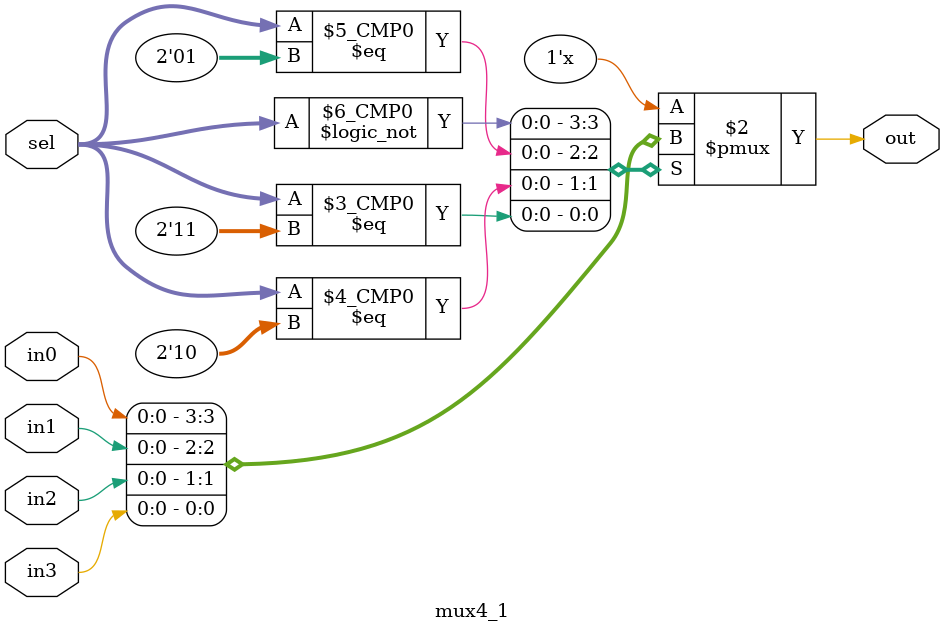
<source format=v>
module mux8_16(sel, in0, in1, in2, in3, in4, in5, in6, in7, out);
  input  [2:0]  sel;
  input  [15:0] in0, in1, in2, in3, in4, in5, in6, in7;
  output [15:0] out;

  reg    [15:0] out;

  always @(sel or in0 or in1 or in2 or in3 or in4 or in5 or in6 or in7)
    case(sel)
     3'd0:  out = in0;
     3'd1:  out = in1;
     3'd2:  out = in2;
     3'd3:  out = in3;
     3'd4:  out = in4;
     3'd5:  out = in5;
     3'd6:  out = in6;
     3'd7:  out = in7;
    endcase
endmodule


//
// Multiplexor 8:1 de 8 bits d'amplada
//
/*
module mux8_8(sel, in0, in1, in2, in3, in4, in5, in6, in7, out);
  input  [2:0]  sel;
  input  [7:0] in0, in1, in2, in3, in4, in5, in6, in7;
  output [7:0] out;

  reg    [7:0] out;

  always @(sel or in0 or in1 or in2 or in3 or in4 or in5 or in6 or in7)
    case(sel)
     3'd0:  out = in0;
     3'd1:  out = in1;
     3'd2:  out = in2;
     3'd3:  out = in3;
     3'd4:  out = in4;
     3'd5:  out = in5;
     3'd6:  out = in6;
     3'd7:  out = in7;
    endcase
endmodule
*/
//
// Multiplexor 8:1 de 17 bits d'amplada
//
module mux8_17(sel, in0, in1, in2, in3, in4, in5, in6, in7, out);
  input  [2:0]  sel;
  input  [16:0] in0, in1, in2, in3, in4, in5, in6, in7;
  output [16:0] out;

  reg    [16:0] out;

  always @(sel or in0 or in1 or in2 or in3 or in4 or in5 or in6 or in7)
    case(sel)
     3'd0:  out = in0;
     3'd1:  out = in1;
     3'd2:  out = in2;
     3'd3:  out = in3;
     3'd4:  out = in4;
     3'd5:  out = in5;
     3'd6:  out = in6;
     3'd7:  out = in7;
    endcase
endmodule

//
// Multiplexor 8:1 d'1 bit d'amplada
//
module mux8_1(sel, in0, in1, in2, in3, in4, in5, in6, in7, out);
  input  [2:0]  sel;
  input  in0, in1, in2, in3, in4, in5, in6, in7;
  output out;

  reg    out;

  always @(sel or in0 or in1 or in2 or in3 or in4 or in5 or in6 or in7)
    case(sel)
     3'd0:  out = in0;
     3'd1:  out = in1;
     3'd2:  out = in2;
     3'd3:  out = in3;
     3'd4:  out = in4;
     3'd5:  out = in5;
     3'd6:  out = in6;
     3'd7:  out = in7;
    endcase
endmodule

//
// Multiplexor 4:1 de 32 bits d'amplada
//
/*
module mux4_32(sel, in0, in1, in2, in3, out);
  input  [1:0]  sel;
  input  [31:0] in0, in1, in2, in3;
  output [31:0] out;

  reg    [31:0] out;

  always @(sel or in0 or in1 or in2 or in3)
    case(sel)
     2'd0:  out = in0;
     2'd1:  out = in1;
     2'd2:  out = in2;
     2'd3:  out = in3;
    endcase
endmodule
*/

//
// Multiplexor 4:1 de 16 bits d'amplada
//
module mux4_16(sel, in0, in1, in2, in3, out);
  input  [1:0]  sel;
  input  [15:0] in0, in1, in2, in3;
  output [15:0] out;

  reg    [15:0] out;

  always @(sel or in0 or in1 or in2 or in3)
    case(sel)
     2'd0:  out = in0;
     2'd1:  out = in1;
     2'd2:  out = in2;
     2'd3:  out = in3;
    endcase
endmodule

//
// Multiplexor 4:1 de 1 bits d'amplada
//
module mux4_1(sel, in0, in1, in2, in3, out);
  input  [1:0]  sel;
  input  in0, in1, in2, in3;
  output out;

  reg    out;

  always @(sel or in0 or in1 or in2 or in3)
    case(sel)
     2'd0:  out = in0;
     2'd1:  out = in1;
     2'd2:  out = in2;
     2'd3:  out = in3;
    endcase
endmodule
</source>
